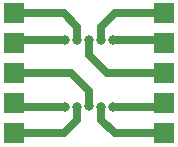
<source format=gbl>
G04 #@! TF.GenerationSoftware,KiCad,Pcbnew,5.0.2+dfsg1-1*
G04 #@! TF.CreationDate,2019-10-07T13:36:21+02:00*
G04 #@! TF.ProjectId,fl51xx-bb,666c3531-7878-42d6-9262-2e6b69636164,v1.0.0*
G04 #@! TF.SameCoordinates,Original*
G04 #@! TF.FileFunction,Copper,L2,Bot*
G04 #@! TF.FilePolarity,Positive*
%FSLAX46Y46*%
G04 Gerber Fmt 4.6, Leading zero omitted, Abs format (unit mm)*
G04 Created by KiCad (PCBNEW 5.0.2+dfsg1-1) date Mon 07 Oct 2019 01:36:21 PM CEST*
%MOMM*%
%LPD*%
G01*
G04 APERTURE LIST*
G04 #@! TA.AperFunction,ComponentPad*
%ADD10R,1.700000X1.700000*%
G04 #@! TD*
G04 #@! TA.AperFunction,ViaPad*
%ADD11C,0.800000*%
G04 #@! TD*
G04 #@! TA.AperFunction,Conductor*
%ADD12C,0.645000*%
G04 #@! TD*
G04 #@! TA.AperFunction,Conductor*
%ADD13C,0.250000*%
G04 #@! TD*
G04 APERTURE END LIST*
D10*
G04 #@! TO.P,J10,1*
G04 #@! TO.N,Net-(J10-Pad1)*
X31496000Y-20066000D03*
G04 #@! TD*
G04 #@! TO.P,J9,1*
G04 #@! TO.N,Net-(J9-Pad1)*
X31496000Y-17526000D03*
G04 #@! TD*
G04 #@! TO.P,J8,1*
G04 #@! TO.N,Net-(J8-Pad1)*
X31496000Y-22606000D03*
G04 #@! TD*
G04 #@! TO.P,J7,1*
G04 #@! TO.N,Net-(J7-Pad1)*
X18796000Y-17526000D03*
G04 #@! TD*
G04 #@! TO.P,J6,1*
G04 #@! TO.N,Net-(J6-Pad1)*
X18796000Y-20066000D03*
G04 #@! TD*
G04 #@! TO.P,J5,1*
G04 #@! TO.N,Net-(J5-Pad1)*
X31496000Y-25146000D03*
G04 #@! TD*
G04 #@! TO.P,J4,1*
G04 #@! TO.N,Net-(J4-Pad1)*
X31496000Y-27686000D03*
G04 #@! TD*
G04 #@! TO.P,J3,1*
G04 #@! TO.N,Net-(J3-Pad1)*
X18796000Y-22606000D03*
G04 #@! TD*
G04 #@! TO.P,J2,1*
G04 #@! TO.N,Net-(J2-Pad1)*
X18796000Y-27686000D03*
G04 #@! TD*
G04 #@! TO.P,J1,1*
G04 #@! TO.N,Net-(J1-Pad1)*
X18796000Y-25146000D03*
G04 #@! TD*
D11*
G04 #@! TO.N,Net-(J2-Pad1)*
X24146000Y-25406000D03*
G04 #@! TO.N,Net-(J1-Pad1)*
X23114000Y-25406000D03*
G04 #@! TO.N,Net-(J3-Pad1)*
X25146000Y-25400000D03*
G04 #@! TO.N,Net-(J6-Pad1)*
X23114000Y-19806000D03*
G04 #@! TO.N,Net-(J7-Pad1)*
X24146000Y-19806000D03*
G04 #@! TO.N,Net-(J4-Pad1)*
X26146000Y-25406000D03*
G04 #@! TO.N,Net-(J5-Pad1)*
X27178000Y-25406000D03*
G04 #@! TO.N,Net-(J8-Pad1)*
X25146000Y-19812000D03*
G04 #@! TO.N,Net-(J10-Pad1)*
X27178000Y-19806000D03*
G04 #@! TO.N,Net-(J9-Pad1)*
X26146000Y-19806000D03*
G04 #@! TD*
D12*
G04 #@! TO.N,Net-(J2-Pad1)*
X22991000Y-27686000D02*
X19896000Y-27686000D01*
X19896000Y-27686000D02*
X18796000Y-27686000D01*
X24146000Y-25406000D02*
X24146000Y-26531000D01*
X24146000Y-26531000D02*
X22991000Y-27686000D01*
G04 #@! TO.N,Net-(J1-Pad1)*
X19056000Y-25406000D02*
X18796000Y-25146000D01*
X23114000Y-25406000D02*
X19056000Y-25406000D01*
G04 #@! TO.N,Net-(J3-Pad1)*
X25146000Y-24834315D02*
X25146000Y-25400000D01*
X25146000Y-24130000D02*
X25146000Y-24834315D01*
X18796000Y-22606000D02*
X23622000Y-22606000D01*
X23622000Y-22606000D02*
X25146000Y-24130000D01*
G04 #@! TO.N,Net-(J6-Pad1)*
X19056000Y-19806000D02*
X18796000Y-20066000D01*
X23114000Y-19806000D02*
X19056000Y-19806000D01*
G04 #@! TO.N,Net-(J4-Pad1)*
X30293919Y-27686000D02*
X31496000Y-27686000D01*
X27301000Y-27686000D02*
X30293919Y-27686000D01*
X26146000Y-25406000D02*
X26146000Y-26531000D01*
X26146000Y-26531000D02*
X27301000Y-27686000D01*
G04 #@! TO.N,Net-(J5-Pad1)*
X31236000Y-25406000D02*
X31496000Y-25146000D01*
X27178000Y-25406000D02*
X31236000Y-25406000D01*
D13*
G04 #@! TO.N,Net-(J7-Pad1)*
X18796000Y-17526000D02*
X19896000Y-17526000D01*
D12*
X24146000Y-18681000D02*
X22991000Y-17526000D01*
X24146000Y-19806000D02*
X24146000Y-18681000D01*
X22991000Y-17526000D02*
X18796000Y-17526000D01*
G04 #@! TO.N,Net-(J8-Pad1)*
X31496000Y-22606000D02*
X27374315Y-22606000D01*
X25146000Y-19812000D02*
X25146000Y-21082000D01*
X26670000Y-22606000D02*
X27374315Y-22606000D01*
X25146000Y-21082000D02*
X26670000Y-22606000D01*
G04 #@! TO.N,Net-(J10-Pad1)*
X31236000Y-19806000D02*
X31496000Y-20066000D01*
X27178000Y-19806000D02*
X31236000Y-19806000D01*
G04 #@! TO.N,Net-(J9-Pad1)*
X30396000Y-17526000D02*
X31496000Y-17526000D01*
X27301000Y-17526000D02*
X30396000Y-17526000D01*
X26146000Y-19806000D02*
X26146000Y-18681000D01*
X26146000Y-18681000D02*
X27301000Y-17526000D01*
G04 #@! TD*
M02*

</source>
